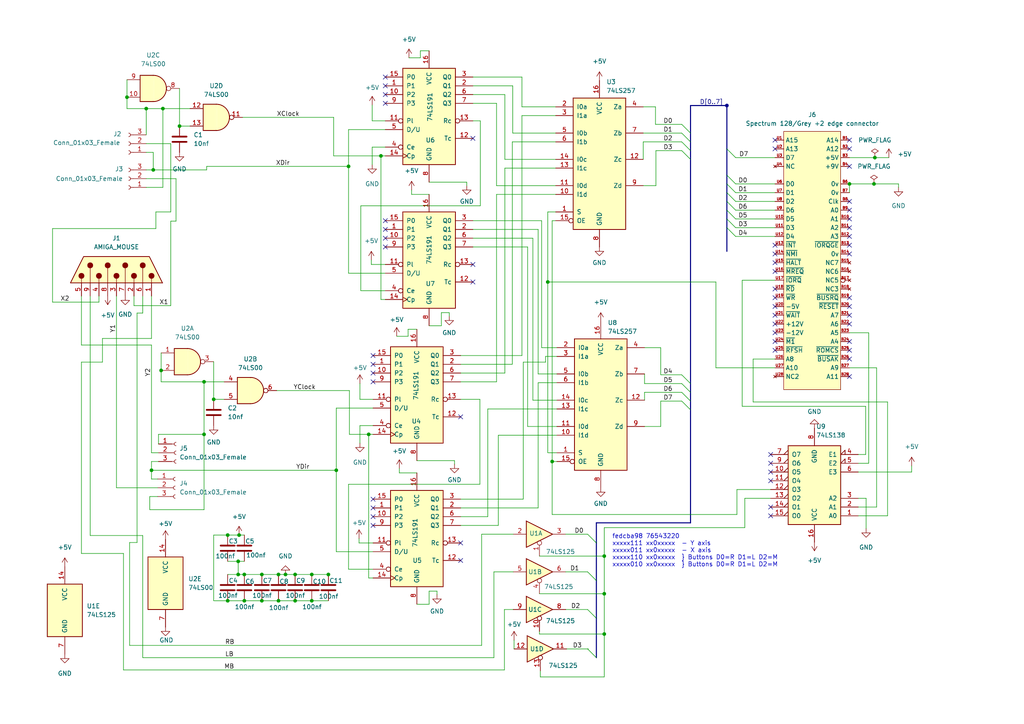
<source format=kicad_sch>
(kicad_sch (version 20211123) (generator eeschema)
  (paper "A4")
  (title_block (title "Kempston mouse schematic") (date "10 Nov 2022") (rev "1") (comment 1 "-> Kempston%20Mouse%20Interface/Kempston%20Mouse%20-%20Schematics.png") (comment 2 "https://k1.spdns.de/Vintage/Sinclair/82/Peripherals/Mouse%20Interfaces/") (comment 3 "schematic originally reversed-engineered by kio at:"))
  (lib_symbols
    (symbol "74xx:74LS00" (pin_names (offset 1.016))
      (property "Reference" "U" (at 0 1.27 0))
      (property "Value" "74LS00" (at 0 -1.27 0))
      (symbol "74LS00_1_1"
        (pin input line (at -7.62 2.54 0) (length 3.81) (name "~") (number "1"))
        (pin input line (at -7.62 -2.54 0) (length 3.81) (name "~") (number "2"))
        (pin output inverted (at 7.62 0 180) (length 3.81) (name "~") (number "3"))
      )
      (symbol "74LS00_1_2"
        (pin input inverted (at -7.62 2.54 0) (length 4.318) (name "~") (number "1"))
        (pin input inverted (at -7.62 -2.54 0) (length 4.318) (name "~") (number "2"))
        (pin output line (at 7.62 0 180) (length 3.81) (name "~") (number "3"))
      )
      (symbol "74LS00_2_1"
        (pin input line (at -7.62 2.54 0) (length 3.81) (name "~") (number "4"))
        (pin input line (at -7.62 -2.54 0) (length 3.81) (name "~") (number "5"))
        (pin output inverted (at 7.62 0 180) (length 3.81) (name "~") (number "6"))
      )
      (symbol "74LS00_2_2"
        (pin input inverted (at -7.62 2.54 0) (length 4.318) (name "~") (number "4"))
        (pin input inverted (at -7.62 -2.54 0) (length 4.318) (name "~") (number "5"))
        (pin output line (at 7.62 0 180) (length 3.81) (name "~") (number "6"))
      )
      (symbol "74LS00_3_1"
        (pin input line (at -7.62 -2.54 0) (length 3.81) (name "~") (number "10"))
        (pin output inverted (at 7.62 0 180) (length 3.81) (name "~") (number "8"))
        (pin input line (at -7.62 2.54 0) (length 3.81) (name "~") (number "9"))
      )
      (symbol "74LS00_3_2"
        (pin input inverted (at -7.62 -2.54 0) (length 4.318) (name "~") (number "10"))
        (pin output line (at 7.62 0 180) (length 3.81) (name "~") (number "8"))
        (pin input inverted (at -7.62 2.54 0) (length 4.318) (name "~") (number "9"))
      )
      (symbol "74LS00_4_1"
        (pin output inverted (at 7.62 0 180) (length 3.81) (name "~") (number "11"))
        (pin input line (at -7.62 2.54 0) (length 3.81) (name "~") (number "12"))
        (pin input line (at -7.62 -2.54 0) (length 3.81) (name "~") (number "13"))
      )
      (symbol "74LS00_4_2"
        (pin output line (at 7.62 0 180) (length 3.81) (name "~") (number "11"))
        (pin input inverted (at -7.62 2.54 0) (length 4.318) (name "~") (number "12"))
        (pin input inverted (at -7.62 -2.54 0) (length 4.318) (name "~") (number "13"))
      )
      (symbol "74LS00_5_0"
        (pin power_in line (at 0 12.7 270) (length 5.08) (name "VCC") (number "14"))
        (pin power_in line (at 0 -12.7 90) (length 5.08) (name "GND") (number "7"))
      )
    )
    (symbol "74xx:74LS125" (pin_names (offset 1.016))
      (property "Reference" "U" (at 0 1.27 0))
      (property "Value" "74LS125" (at 0 -1.27 0))
      (symbol "74LS125_1_0"
        (pin input inverted (at 0 -6.35 90) (length 4.445) (name "~") (number "1"))
        (pin input line (at -7.62 0 0) (length 3.81) (name "~") (number "2"))
        (pin tri_state line (at 7.62 0 180) (length 3.81) (name "~") (number "3"))
      )
      (symbol "74LS125_2_0"
        (pin input inverted (at 0 -6.35 90) (length 4.445) (name "~") (number "4"))
        (pin input line (at -7.62 0 0) (length 3.81) (name "~") (number "5"))
        (pin tri_state line (at 7.62 0 180) (length 3.81) (name "~") (number "6"))
      )
      (symbol "74LS125_3_0"
        (pin input inverted (at 0 -6.35 90) (length 4.445) (name "~") (number "10"))
        (pin tri_state line (at 7.62 0 180) (length 3.81) (name "~") (number "8"))
        (pin input line (at -7.62 0 0) (length 3.81) (name "~") (number "9"))
      )
      (symbol "74LS125_4_0"
        (pin tri_state line (at 7.62 0 180) (length 3.81) (name "~") (number "11"))
        (pin input line (at -7.62 0 0) (length 3.81) (name "~") (number "12"))
        (pin input inverted (at 0 -6.35 90) (length 4.445) (name "~") (number "13"))
      )
      (symbol "74LS125_5_0"
        (pin power_in line (at 0 12.7 270) (length 5.08) (name "VCC") (number "14"))
        (pin power_in line (at 0 -12.7 90) (length 5.08) (name "GND") (number "7"))
      )
    )
    (symbol "74xx:74LS138" (pin_names (offset 1.016))
      (property "Reference" "U" (at -7.62 11.43 0))
      (property "Value" "74LS138" (at -7.62 -13.97 0))
      (symbol "74LS138_1_0"
        (pin input line (at -12.7 7.62 0) (length 5.08) (name "A0") (number "1"))
        (pin output output_low (at 12.7 -5.08 180) (length 5.08) (name "O5") (number "10"))
        (pin output output_low (at 12.7 -2.54 180) (length 5.08) (name "O4") (number "11"))
        (pin output output_low (at 12.7 0 180) (length 5.08) (name "O3") (number "12"))
        (pin output output_low (at 12.7 2.54 180) (length 5.08) (name "O2") (number "13"))
        (pin output output_low (at 12.7 5.08 180) (length 5.08) (name "O1") (number "14"))
        (pin output output_low (at 12.7 7.62 180) (length 5.08) (name "O0") (number "15"))
        (pin power_in line (at 0 15.24 270) (length 5.08) (name "VCC") (number "16"))
        (pin input line (at -12.7 5.08 0) (length 5.08) (name "A1") (number "2"))
        (pin input line (at -12.7 2.54 0) (length 5.08) (name "A2") (number "3"))
        (pin input input_low (at -12.7 -10.16 0) (length 5.08) (name "E1") (number "4"))
        (pin input input_low (at -12.7 -7.62 0) (length 5.08) (name "E2") (number "5"))
        (pin input line (at -12.7 -5.08 0) (length 5.08) (name "E3") (number "6"))
        (pin output output_low (at 12.7 -10.16 180) (length 5.08) (name "O7") (number "7"))
        (pin power_in line (at 0 -17.78 90) (length 5.08) (name "GND") (number "8"))
        (pin output output_low (at 12.7 -7.62 180) (length 5.08) (name "O6") (number "9"))
      )
    )
    (symbol "74xx:74LS191" (pin_names (offset 1.016))
      (property "Reference" "U" (at -7.62 13.97 0))
      (property "Value" "74LS191" (at -7.62 -16.51 0))
      (symbol "74LS191_1_0"
        (pin input line (at -12.7 7.62 0) (length 5.08) (name "P1") (number "1"))
        (pin input line (at -12.7 5.08 0) (length 5.08) (name "P2") (number "10"))
        (pin input inverted (at -12.7 -2.54 0) (length 5.08) (name "Pl") (number "11"))
        (pin output line (at 12.7 -7.62 180) (length 5.08) (name "Tc") (number "12"))
        (pin output inverted (at 12.7 -2.54 180) (length 5.08) (name "Rc") (number "13"))
        (pin input clock (at -12.7 -12.7 0) (length 5.08) (name "Cp") (number "14"))
        (pin input line (at -12.7 10.16 0) (length 5.08) (name "P0") (number "15"))
        (pin power_in line (at 0 17.78 270) (length 5.08) (name "VCC") (number "16"))
        (pin output line (at 12.7 7.62 180) (length 5.08) (name "Q1") (number "2"))
        (pin output line (at 12.7 10.16 180) (length 5.08) (name "Q0") (number "3"))
        (pin input inverted (at -12.7 -10.16 0) (length 5.08) (name "Ce") (number "4"))
        (pin input line (at -12.7 -5.08 0) (length 5.08) (name "D/U") (number "5"))
        (pin output line (at 12.7 5.08 180) (length 5.08) (name "Q2") (number "6"))
        (pin output line (at 12.7 2.54 180) (length 5.08) (name "Q3") (number "7"))
        (pin power_in line (at 0 -20.32 90) (length 5.08) (name "GND") (number "8"))
        (pin input line (at -12.7 2.54 0) (length 5.08) (name "P3") (number "9"))
      )
    )
    (symbol "74xx:74LS257" (pin_names (offset 1.016))
      (property "Reference" "U" (at -7.62 19.05 0))
      (property "Value" "74LS257" (at -7.62 -21.59 0))
      (symbol "74LS257_1_0"
        (pin input line (at -12.7 -15.24 0) (length 5.08) (name "S") (number "1"))
        (pin input line (at -12.7 -10.16 0) (length 5.08) (name "I1d") (number "10"))
        (pin input line (at -12.7 -7.62 0) (length 5.08) (name "I0d") (number "11"))
        (pin tri_state line (at 12.7 0 180) (length 5.08) (name "Zc") (number "12"))
        (pin input line (at -12.7 -2.54 0) (length 5.08) (name "I1c") (number "13"))
        (pin input line (at -12.7 0 0) (length 5.08) (name "I0c") (number "14"))
        (pin input inverted (at -12.7 -17.78 0) (length 5.08) (name "OE") (number "15"))
        (pin power_in line (at 0 22.86 270) (length 5.08) (name "VCC") (number "16"))
        (pin input line (at -12.7 15.24 0) (length 5.08) (name "I0a") (number "2"))
        (pin input line (at -12.7 12.7 0) (length 5.08) (name "I1a") (number "3"))
        (pin tri_state line (at 12.7 15.24 180) (length 5.08) (name "Za") (number "4"))
        (pin input line (at -12.7 7.62 0) (length 5.08) (name "I0b") (number "5"))
        (pin input line (at -12.7 5.08 0) (length 5.08) (name "I1b") (number "6"))
        (pin tri_state line (at 12.7 7.62 180) (length 5.08) (name "Zb") (number "7"))
        (pin power_in line (at 0 -25.4 90) (length 5.08) (name "GND") (number "8"))
        (pin tri_state line (at 12.7 -7.62 180) (length 5.08) (name "Zd") (number "9"))
      )
    )
    (symbol "Connector:Conn_01x03_Female" (pin_names (offset 1.016) hide)
      (property "Reference" "J" (at 0 5.08 0))
      (property "Value" "Conn_01x03_Female" (at 0 -5.08 0))
      (symbol "Conn_01x03_Female_1_1"
        (pin passive line (at -5.08 2.54 0) (length 3.81) (name "Pin_1") (number "1"))
        (pin passive line (at -5.08 0 0) (length 3.81) (name "Pin_2") (number "2"))
        (pin passive line (at -5.08 -2.54 0) (length 3.81) (name "Pin_3") (number "3"))
      )
    )
    (symbol "Connector:DB9_Male" (pin_names (offset 1.016) hide)
      (property "Reference" "J" (at 0 13.97 0))
      (property "Value" "DB9_Male" (at 0 -14.605 0))
      (symbol "DB9_Male_1_1"
        (pin passive line (at -7.62 -10.16 0) (length 3.81) (name "1") (number "1"))
        (pin passive line (at -7.62 -5.08 0) (length 3.81) (name "2") (number "2"))
        (pin passive line (at -7.62 0 0) (length 3.81) (name "3") (number "3"))
        (pin passive line (at -7.62 5.08 0) (length 3.81) (name "4") (number "4"))
        (pin passive line (at -7.62 10.16 0) (length 3.81) (name "5") (number "5"))
        (pin passive line (at -7.62 -7.62 0) (length 3.81) (name "6") (number "6"))
        (pin passive line (at -7.62 -2.54 0) (length 3.81) (name "7") (number "7"))
        (pin passive line (at -7.62 2.54 0) (length 3.81) (name "8") (number "8"))
        (pin passive line (at -7.62 7.62 0) (length 3.81) (name "9") (number "9"))
      )
    )
    (symbol "Device:C" (pin_numbers hide) (pin_names (offset 0.254))
      (property "Reference" "C" (at 0.635 2.54 0))
      (property "Value" "C" (at 0.635 -2.54 0))
      (symbol "C_1_1"
        (pin passive line (at 0 3.81 270) (length 2.794) (name "~") (number "1"))
        (pin passive line (at 0 -3.81 90) (length 2.794) (name "~") (number "2"))
      )
    )
    (symbol "Spectrum:Spectrum 128{slash}Grey +2 edge connector"
      (property "Reference" "J" (at -5.08 25.4 0))
      (property "Value" "Spectrum 128{slash}Grey +2 edge connector" (at -2.54 -38.1 0))
      (symbol "Spectrum 128{slash}Grey +2 edge connector_1_1"
        (pin bidirectional line (at 8.89 35.56 180) (length 2.54) (name "A14") (number "B1"))
        (pin bidirectional line (at 8.89 12.7 180) (length 2.54) (name "A1") (number "B10"))
        (pin bidirectional line (at 8.89 10.16 180) (length 2.54) (name "A2") (number "B11"))
        (pin bidirectional line (at 8.89 7.62 180) (length 2.54) (name "A3") (number "B12"))
        (pin bidirectional line (at 8.89 5.08 180) (length 2.54) (name "~{IORQGE}") (number "B13"))
        (pin bidirectional line (at 8.89 2.54 180) (length 2.54) (name "0v") (number "B14"))
        (pin no_connect line (at 8.89 0 180) (length 2.54) (name "NC7") (number "B15"))
        (pin no_connect line (at 8.89 -2.54 180) (length 2.54) (name "NC6") (number "B16"))
        (pin no_connect inverted (at 8.89 -5.08 180) (length 2.54) (name "NC5") (number "B17"))
        (pin no_connect line (at 8.89 -7.62 180) (length 2.54) (name "NC3") (number "B18"))
        (pin bidirectional line (at 8.89 -10.16 180) (length 2.54) (name "~{BUSRQ}") (number "B19"))
        (pin bidirectional line (at 8.89 33.02 180) (length 2.54) (name "A12") (number "B2"))
        (pin bidirectional line (at 8.89 -12.7 180) (length 2.54) (name "~{RESET}") (number "B20"))
        (pin bidirectional line (at 8.89 -15.24 180) (length 2.54) (name "A7") (number "B21"))
        (pin tri_state line (at 8.89 -17.78 180) (length 2.54) (name "A6") (number "B22"))
        (pin bidirectional line (at 8.89 -20.32 180) (length 2.54) (name "A5") (number "B23"))
        (pin bidirectional line (at 8.89 -22.86 180) (length 2.54) (name "A4") (number "B24"))
        (pin bidirectional line (at 8.89 -25.4 180) (length 2.54) (name "~{ROMCS}") (number "B25"))
        (pin bidirectional line (at 8.89 -27.94 180) (length 2.54) (name "~{BUSAK}") (number "B26"))
        (pin bidirectional line (at 8.89 -30.48 180) (length 2.54) (name "A9") (number "B27"))
        (pin bidirectional line (at 8.89 -33.02 180) (length 2.54) (name "A11") (number "B28"))
        (pin bidirectional line (at 8.89 30.48 180) (length 2.54) (name "+5V") (number "B3"))
        (pin bidirectional line (at 8.89 27.94 180) (length 2.54) (name "+9V") (number "B4"))
        (pin bidirectional line (at 8.89 22.86 180) (length 2.54) (name "0v") (number "B6"))
        (pin bidirectional line (at 8.89 20.32 180) (length 2.54) (name "0v") (number "B7"))
        (pin bidirectional line (at 8.89 17.78 180) (length 2.54) (name "Clk") (number "B8"))
        (pin bidirectional line (at 8.89 15.24 180) (length 2.54) (name "A0") (number "B9"))
        (pin bidirectional line (at -12.7 35.56 0) (length 2.54) (name "A15") (number "U1"))
        (pin bidirectional line (at -12.7 12.7 0) (length 2.54) (name "D5") (number "U10"))
        (pin bidirectional line (at -12.7 10.16 0) (length 2.54) (name "D3") (number "U11"))
        (pin bidirectional line (at -12.7 7.62 0) (length 2.54) (name "D4") (number "U12"))
        (pin bidirectional line (at -12.7 5.08 0) (length 2.54) (name "~{INT}") (number "U13"))
        (pin bidirectional line (at -12.7 2.54 0) (length 2.54) (name "~{NMI}") (number "U14"))
        (pin bidirectional line (at -12.7 0 0) (length 2.54) (name "~{HALT}") (number "U15"))
        (pin bidirectional line (at -12.7 -2.54 0) (length 2.54) (name "~{MREQ}") (number "U16"))
        (pin bidirectional line (at -12.7 -5.08 0) (length 2.54) (name "~{IORQ}") (number "U17"))
        (pin tri_state line (at -12.7 -7.62 0) (length 2.54) (name "~{RD}") (number "U18"))
        (pin bidirectional line (at -12.7 -10.16 0) (length 2.54) (name "~{WR}") (number "U19"))
        (pin bidirectional line (at -12.7 33.02 0) (length 2.54) (name "A13") (number "U2"))
        (pin power_out line (at -12.7 -12.7 0) (length 2.54) (name "-5V") (number "U20"))
        (pin bidirectional line (at -12.7 -15.24 0) (length 2.54) (name "~{WAIT}") (number "U21"))
        (pin power_out line (at -12.7 -17.78 0) (length 2.54) (name "+12V") (number "U22"))
        (pin power_out line (at -12.7 -20.32 0) (length 2.54) (name "-12V") (number "U23"))
        (pin bidirectional line (at -12.7 -22.86 0) (length 2.54) (name "~{M1}") (number "U24"))
        (pin bidirectional line (at -12.7 -25.4 0) (length 2.54) (name "~{RFSH}") (number "U25"))
        (pin bidirectional line (at -12.7 -27.94 0) (length 2.54) (name "A8") (number "U26"))
        (pin bidirectional line (at -12.7 -30.48 0) (length 2.54) (name "A10") (number "U27"))
        (pin no_connect line (at -12.7 -33.02 0) (length 2.54) (name "NC2") (number "U28"))
        (pin bidirectional line (at -12.7 30.48 0) (length 2.54) (name "D7") (number "U3"))
        (pin no_connect line (at -12.7 27.94 0) (length 2.54) (name "NC") (number "U4"))
        (pin bidirectional line (at -12.7 22.86 0) (length 2.54) (name "D0") (number "U6"))
        (pin bidirectional line (at -12.7 20.32 0) (length 2.54) (name "D1") (number "U7"))
        (pin bidirectional line (at -12.7 17.78 0) (length 2.54) (name "D2") (number "U8"))
        (pin bidirectional line (at -12.7 15.24 0) (length 2.54) (name "D6") (number "U9"))
      )
    )
    (symbol "power:+5V" (power) (pin_names (offset 0))
      (property "Value" "+5V" (at 0 3.556 0))
      (symbol "+5V_1_1"
        (pin power_in line (at 0 0 90) (length 0) hide (name "+5V") (number "1"))
      )
    )
    (symbol "power:GND" (power) (pin_names (offset 0))
      (property "Value" "GND" (at 0 -3.81 0))
      (symbol "GND_1_1"
        (pin power_in line (at 0 0 270) (length 0) hide (name "GND") (number "1"))
      )
    )
    (symbol "power:PWR_FLAG" (power) (pin_numbers hide) (pin_names (offset 0) hide)
      (property "Value" "PWR_FLAG" (at 0 3.81 0))
      (symbol "PWR_FLAG_0_0"
        (pin power_out line (at 0 0 90) (length 0) (name "pwr") (number "1"))
      )
    )
  )
  (junction (at 61.976 115.824))
  (junction (at 85.598 166.624))
  (junction (at 210.82 30.607))
  (junction (at 75.946 174.244))
  (junction (at 253.492 53.34))
  (junction (at 160.147 133.858))
  (junction (at 75.946 166.624))
  (junction (at 66.04 174.244))
  (junction (at 42.418 31.496))
  (junction (at 69.088 162.814))
  (junction (at 70.866 174.244))
  (junction (at 175.26 183.896))
  (junction (at 66.04 155.194))
  (junction (at 80.772 166.624))
  (junction (at 175.26 161.29))
  (junction (at 43.942 136.398))
  (junction (at 69.342 155.194))
  (junction (at 36.83 28.194))
  (junction (at 97.536 136.398))
  (junction (at 59.182 125.984))
  (junction (at 158.877 81.788))
  (junction (at 110.49 45.212))
  (junction (at 80.772 174.244))
  (junction (at 44.45 49.276))
  (junction (at 70.866 166.624))
  (junction (at 52.07 36.576))
  (junction (at 69.088 166.624))
  (junction (at 47.244 31.496))
  (junction (at 90.424 174.244))
  (junction (at 95.25 166.624))
  (junction (at 253.746 45.72))
  (junction (at 46.736 107.442))
  (junction (at 246.38 53.34))
  (junction (at 85.598 174.244))
  (junction (at 59.182 110.744))
  (junction (at 90.424 166.624))
  (junction (at 106.934 125.984))
  (junction (at 175.26 172.212))
  (junction (at 101.092 48.26))
  (junction (at 82.804 166.624))
  (no_connect (at 133.604 157.48))
  (no_connect (at 108.204 108.204))
  (no_connect (at 246.38 58.42))
  (no_connect (at 246.38 60.96))
  (no_connect (at 246.38 63.5))
  (no_connect (at 246.38 66.04))
  (no_connect (at 246.38 40.64))
  (no_connect (at 246.38 48.26))
  (no_connect (at 246.38 43.18))
  (no_connect (at 246.38 73.66))
  (no_connect (at 246.38 86.36))
  (no_connect (at 246.38 88.9))
  (no_connect (at 246.38 91.44))
  (no_connect (at 246.38 93.98))
  (no_connect (at 224.79 43.18))
  (no_connect (at 246.38 68.58))
  (no_connect (at 246.38 71.12))
  (no_connect (at 224.79 40.64))
  (no_connect (at 224.79 71.12))
  (no_connect (at 224.79 73.66))
  (no_connect (at 224.79 76.2))
  (no_connect (at 224.79 78.74))
  (no_connect (at 108.204 144.78))
  (no_connect (at 223.52 149.606))
  (no_connect (at 223.52 131.826))
  (no_connect (at 223.52 134.366))
  (no_connect (at 223.52 136.906))
  (no_connect (at 223.52 139.446))
  (no_connect (at 223.52 147.066))
  (no_connect (at 137.16 76.708))
  (no_connect (at 137.16 81.788))
  (no_connect (at 137.16 40.132))
  (no_connect (at 108.204 103.124))
  (no_connect (at 108.204 149.86))
  (no_connect (at 133.604 162.56))
  (no_connect (at 108.204 147.32))
  (no_connect (at 111.76 22.352))
  (no_connect (at 111.76 24.892))
  (no_connect (at 111.76 27.432))
  (no_connect (at 111.76 29.972))
  (no_connect (at 111.76 66.548))
  (no_connect (at 111.76 69.088))
  (no_connect (at 111.76 71.628))
  (no_connect (at 111.76 64.008))
  (no_connect (at 246.38 99.06))
  (no_connect (at 246.38 101.6))
  (no_connect (at 246.38 104.14))
  (no_connect (at 224.79 93.98))
  (no_connect (at 224.79 96.52))
  (no_connect (at 224.79 99.06))
  (no_connect (at 224.79 101.6))
  (no_connect (at 246.38 109.22))
  (no_connect (at 224.79 83.82))
  (no_connect (at 224.79 86.36))
  (no_connect (at 224.79 88.9))
  (no_connect (at 224.79 91.44))
  (no_connect (at 108.204 105.664))
  (no_connect (at 108.204 152.4))
  (no_connect (at 133.604 120.904))
  (no_connect (at 108.204 110.744))
  (bus_entry (at 170.434 154.94) (size 2.54 2.54))
  (bus_entry (at 200.279 111.252) (size -2.54 -2.54))
  (bus_entry (at 170.434 188.214) (size 2.54 2.54))
  (bus_entry (at 200.279 118.872) (size -2.54 -2.54))
  (bus_entry (at 170.434 165.862) (size 2.54 2.54))
  (bus_entry (at 200.279 113.792) (size -2.54 -2.54))
  (bus_entry (at 200.279 41.148) (size -2.54 -2.54))
  (bus_entry (at 200.279 43.688) (size -2.54 -2.54))
  (bus_entry (at 200.279 38.608) (size -2.54 -2.54))
  (bus_entry (at 200.279 116.332) (size -2.54 -2.54))
  (bus_entry (at 170.434 176.784) (size 2.54 2.54))
  (bus_entry (at 210.82 50.8) (size 2.54 2.54))
  (bus_entry (at 210.82 53.34) (size 2.54 2.54))
  (bus_entry (at 210.82 55.88) (size 2.54 2.54))
  (bus_entry (at 210.82 58.42) (size 2.54 2.54))
  (bus_entry (at 210.82 60.96) (size 2.54 2.54))
  (bus_entry (at 210.82 43.18) (size 2.54 2.54))
  (bus_entry (at 210.82 63.5) (size 2.54 2.54))
  (bus_entry (at 213.36 68.58) (size -2.54 -2.54))
  (bus_entry (at 200.279 46.228) (size -2.54 -2.54))
  (wire (pts (xy 43.434 147.828) (xy 43.434 144.018)))
  (wire (pts (xy 42.418 31.496) (xy 36.83 31.496)))
  (wire (pts (xy 69.342 155.194) (xy 70.866 155.194)))
  (wire (pts (xy 207.645 106.68) (xy 207.645 81.788)))
  (wire (pts (xy 223.52 141.986) (xy 213.741 141.986)))
  (wire (pts (xy 213.36 55.88) (xy 224.79 55.88)))
  (wire (pts (xy 146.431 48.768) (xy 146.431 108.204)))
  (wire (pts (xy 156.083 147.32) (xy 156.083 110.998)))
  (wire (pts (xy 23.622 160.528) (xy 35.814 160.528)))
  (wire (pts (xy 75.946 166.624) (xy 80.772 166.624)))
  (wire (pts (xy 190.246 43.688) (xy 190.246 53.848)))
  (wire (pts (xy 101.092 165.1) (xy 108.204 165.1)))
  (wire (pts (xy 137.16 35.052) (xy 139.319 35.052)))
  (wire (pts (xy 97.536 136.398) (xy 97.536 160.02)))
  (bus (pts (xy 210.82 55.88) (xy 210.82 53.34)))
  (wire (pts (xy 96.774 34.036) (xy 96.774 45.212)))
  (wire (pts (xy 158.877 61.468) (xy 161.163 61.468)))
  (wire (pts (xy 51.054 51.816) (xy 51.054 64.135)))
  (wire (pts (xy 253.746 45.72) (xy 257.81 45.72)))
  (wire (pts (xy 164.338 188.214) (xy 170.434 188.214)))
  (wire (pts (xy 257.429 116.586) (xy 257.429 149.606)))
  (wire (pts (xy 213.36 66.04) (xy 224.79 66.04)))
  (wire (pts (xy 26.162 155.321) (xy 41.402 155.321)))
  (wire (pts (xy 141.478 149.86) (xy 133.604 149.86)))
  (wire (pts (xy 218.44 116.586) (xy 257.429 116.586)))
  (wire (pts (xy 224.79 106.68) (xy 207.645 106.68)))
  (wire (pts (xy 213.36 58.42) (xy 224.79 58.42)))
  (wire (pts (xy 106.934 125.984) (xy 108.204 125.984)))
  (wire (pts (xy 139.192 140.462) (xy 101.092 140.462)))
  (wire (pts (xy 45.212 66.294) (xy 15.24 66.294)))
  (wire (pts (xy 146.304 176.784) (xy 148.844 176.784)))
  (wire (pts (xy 215.265 81.28) (xy 215.265 117.856)))
  (wire (pts (xy 207.645 81.788) (xy 158.877 81.788)))
  (wire (pts (xy 160.147 133.858) (xy 161.544 133.858)))
  (wire (pts (xy 107.95 42.672) (xy 107.95 47.752)))
  (wire (pts (xy 197.739 43.688) (xy 190.246 43.688)))
  (wire (pts (xy 130.302 90.678) (xy 128.016 90.678)))
  (wire (pts (xy 38.862 85.852) (xy 38.862 88.646)))
  (wire (pts (xy 186.944 111.252) (xy 197.739 111.252)))
  (wire (pts (xy 137.16 71.628) (xy 153.035 71.628)))
  (wire (pts (xy 39.751 90.805) (xy 39.751 157.353)))
  (wire (pts (xy 126.746 172.466) (xy 126.746 171.45)))
  (wire (pts (xy 43.942 136.398) (xy 43.942 138.938)))
  (wire (pts (xy 121.92 14.732) (xy 124.46 14.732)))
  (bus (pts (xy 200.279 30.607) (xy 200.279 38.608)))
  (wire (pts (xy 158.242 103.378) (xy 161.544 103.378)))
  (wire (pts (xy 59.182 110.744) (xy 46.736 110.744)))
  (wire (pts (xy 144.018 56.388) (xy 144.018 110.744)))
  (wire (pts (xy 248.92 144.526) (xy 251.206 144.526)))
  (wire (pts (xy 186.563 53.848) (xy 190.246 53.848)))
  (wire (pts (xy 44.45 44.196) (xy 42.418 44.196)))
  (wire (pts (xy 160.147 64.008) (xy 160.147 133.858)))
  (wire (pts (xy 157.099 64.008) (xy 157.099 100.838)))
  (wire (pts (xy 35.814 160.528) (xy 35.814 194.31)))
  (wire (pts (xy 120.904 137.16) (xy 115.824 137.16)))
  (wire (pts (xy 111.76 76.708) (xy 107.696 76.708)))
  (wire (pts (xy 148.717 24.892) (xy 137.16 24.892)))
  (wire (pts (xy 175.26 153.035) (xy 216.027 153.035)))
  (wire (pts (xy 133.604 147.32) (xy 156.083 147.32)))
  (wire (pts (xy 190.119 36.068) (xy 197.739 36.068)))
  (wire (pts (xy 251.079 131.826) (xy 248.92 131.826)))
  (wire (pts (xy 161.163 56.388) (xy 144.018 56.388)))
  (wire (pts (xy 82.804 166.624) (xy 85.598 166.624)))
  (wire (pts (xy 28.702 87.63) (xy 15.24 87.63)))
  (wire (pts (xy 148.717 24.892) (xy 148.717 38.608)))
  (wire (pts (xy 253.492 53.34) (xy 260.604 53.34)))
  (wire (pts (xy 111.76 42.672) (xy 107.95 42.672)))
  (wire (pts (xy 141.478 118.618) (xy 141.478 149.86)))
  (bus (pts (xy 200.279 116.332) (xy 200.279 118.872)))
  (bus (pts (xy 210.82 63.5) (xy 210.82 60.96)))
  (wire (pts (xy 161.163 41.148) (xy 148.59 41.148)))
  (bus (pts (xy 200.279 111.252) (xy 200.279 113.792)))
  (wire (pts (xy 124.46 56.388) (xy 119.38 56.388)))
  (wire (pts (xy 65.024 110.744) (xy 59.182 110.744)))
  (wire (pts (xy 101.092 48.26) (xy 101.092 79.248)))
  (bus (pts (xy 210.82 30.607) (xy 210.82 43.18)))
  (wire (pts (xy 107.696 76.708) (xy 107.696 75.438)))
  (wire (pts (xy 51.054 64.135) (xy 49.53 64.135)))
  (wire (pts (xy 186.944 113.792) (xy 197.739 113.792)))
  (wire (pts (xy 23.622 105.029) (xy 23.622 160.528)))
  (wire (pts (xy 157.099 100.838) (xy 161.544 100.838)))
  (wire (pts (xy 124.46 94.488) (xy 128.016 94.488)))
  (wire (pts (xy 137.16 69.088) (xy 154.559 69.088)))
  (wire (pts (xy 139.319 59.69) (xy 104.648 59.69)))
  (wire (pts (xy 66.04 155.194) (xy 69.342 155.194)))
  (wire (pts (xy 137.16 27.432) (xy 146.431 27.432)))
  (wire (pts (xy 52.07 36.576) (xy 55.118 36.576)))
  (wire (pts (xy 59.182 147.828) (xy 43.434 147.828)))
  (wire (pts (xy 146.304 194.31) (xy 146.304 176.784)))
  (wire (pts (xy 49.53 64.135) (xy 49.53 88.646)))
  (wire (pts (xy 213.36 45.72) (xy 224.79 45.72)))
  (wire (pts (xy 66.04 174.244) (xy 61.976 174.244)))
  (wire (pts (xy 61.976 174.244) (xy 61.976 155.194)))
  (wire (pts (xy 158.877 81.788) (xy 158.877 61.468)))
  (wire (pts (xy 139.192 115.824) (xy 139.192 140.462)))
  (bus (pts (xy 210.82 60.96) (xy 210.82 58.42)))
  (wire (pts (xy 213.741 149.225) (xy 213.741 141.986)))
  (wire (pts (xy 254.254 147.066) (xy 254.254 106.68)))
  (wire (pts (xy 131.826 133.604) (xy 131.826 134.62)))
  (wire (pts (xy 108.204 167.64) (xy 106.934 167.64)))
  (bus (pts (xy 200.279 113.792) (xy 200.279 116.332)))
  (wire (pts (xy 38.862 88.646) (xy 49.53 88.646)))
  (wire (pts (xy 43.942 131.318) (xy 45.974 131.318)))
  (wire (pts (xy 144.018 29.972) (xy 137.16 29.972)))
  (wire (pts (xy 137.16 66.548) (xy 156.083 66.548)))
  (wire (pts (xy 44.45 49.276) (xy 59.944 49.276)))
  (wire (pts (xy 47.244 31.496) (xy 55.118 31.496)))
  (wire (pts (xy 175.26 161.29) (xy 175.26 172.212)))
  (wire (pts (xy 175.26 161.29) (xy 156.464 161.29)))
  (wire (pts (xy 149.098 185.674) (xy 149.098 188.214)))
  (wire (pts (xy 161.544 118.618) (xy 141.478 118.618)))
  (wire (pts (xy 186.563 38.608) (xy 197.739 38.608)))
  (wire (pts (xy 133.604 152.4) (xy 144.526 152.4)))
  (wire (pts (xy 251.968 96.52) (xy 251.968 134.366)))
  (wire (pts (xy 49.53 41.656) (xy 42.418 41.656)))
  (wire (pts (xy 260.604 53.34) (xy 260.604 54.356)))
  (wire (pts (xy 161.544 131.318) (xy 158.877 131.318)))
  (wire (pts (xy 191.643 123.698) (xy 186.944 123.698)))
  (wire (pts (xy 191.643 116.332) (xy 197.739 116.332)))
  (wire (pts (xy 104.394 123.444) (xy 104.394 128.524)))
  (wire (pts (xy 154.559 69.088) (xy 154.559 116.078)))
  (wire (pts (xy 26.162 85.852) (xy 26.162 155.321)))
  (wire (pts (xy 161.163 64.008) (xy 160.147 64.008)))
  (wire (pts (xy 45.974 125.984) (xy 45.974 128.778)))
  (wire (pts (xy 154.559 116.078) (xy 161.544 116.078)))
  (wire (pts (xy 80.772 174.244) (xy 85.598 174.244)))
  (wire (pts (xy 143.256 165.862) (xy 143.256 190.754)))
  (bus (pts (xy 210.82 53.34) (xy 210.82 50.8)))
  (wire (pts (xy 251.206 144.526) (xy 251.206 153.289)))
  (wire (pts (xy 95.25 166.624) (xy 95.504 166.624)))
  (wire (pts (xy 43.942 136.398) (xy 97.536 136.398)))
  (wire (pts (xy 42.418 31.496) (xy 42.418 39.116)))
  (wire (pts (xy 115.824 137.16) (xy 115.824 135.89)))
  (bus (pts (xy 210.82 30.48) (xy 210.82 30.607)))
  (wire (pts (xy 45.212 61.468) (xy 49.53 61.468)))
  (wire (pts (xy 246.38 53.34) (xy 246.38 55.88)))
  (wire (pts (xy 257.429 149.606) (xy 248.92 149.606)))
  (bus (pts (xy 200.279 46.228) (xy 200.279 111.252)))
  (wire (pts (xy 156.083 110.998) (xy 161.544 110.998)))
  (wire (pts (xy 251.079 117.856) (xy 251.079 131.826)))
  (wire (pts (xy 143.256 165.862) (xy 148.844 165.862)))
  (wire (pts (xy 124.46 52.832) (xy 135.382 52.832)))
  (wire (pts (xy 133.604 115.824) (xy 139.192 115.824)))
  (wire (pts (xy 160.147 149.225) (xy 213.741 149.225)))
  (wire (pts (xy 151.384 103.124) (xy 133.604 103.124)))
  (wire (pts (xy 139.7 154.94) (xy 139.7 187.198)))
  (wire (pts (xy 69.088 162.814) (xy 70.866 162.814)))
  (wire (pts (xy 251.968 134.366) (xy 248.92 134.366)))
  (wire (pts (xy 164.084 154.94) (xy 170.434 154.94)))
  (wire (pts (xy 153.035 123.698) (xy 161.544 123.698)))
  (wire (pts (xy 156.718 194.564) (xy 156.718 196.342)))
  (wire (pts (xy 158.242 105.029) (xy 158.242 103.378)))
  (wire (pts (xy 148.59 105.664) (xy 133.604 105.664)))
  (wire (pts (xy 75.946 174.244) (xy 80.772 174.244)))
  (wire (pts (xy 148.59 41.148) (xy 148.59 105.664)))
  (wire (pts (xy 120.904 133.604) (xy 131.826 133.604)))
  (wire (pts (xy 66.04 174.244) (xy 70.866 174.244)))
  (wire (pts (xy 90.424 166.624) (xy 95.25 166.624)))
  (wire (pts (xy 104.648 84.328) (xy 111.76 84.328)))
  (wire (pts (xy 151.384 22.352) (xy 137.16 22.352)))
  (wire (pts (xy 144.526 152.4) (xy 144.526 126.238)))
  (wire (pts (xy 128.016 90.678) (xy 128.016 94.488)))
  (wire (pts (xy 161.163 38.608) (xy 148.717 38.608)))
  (wire (pts (xy 46.736 110.744) (xy 46.736 107.442)))
  (wire (pts (xy 111.76 35.052) (xy 107.95 35.052)))
  (wire (pts (xy 108.204 123.444) (xy 104.394 123.444)))
  (wire (pts (xy 61.976 155.194) (xy 66.04 155.194)))
  (wire (pts (xy 156.083 108.458) (xy 161.544 108.458)))
  (wire (pts (xy 186.944 113.792) (xy 186.944 116.078)))
  (wire (pts (xy 264.414 136.906) (xy 264.414 135.128)))
  (wire (pts (xy 216.027 144.526) (xy 223.52 144.526)))
  (wire (pts (xy 118.364 95.504) (xy 120.904 95.504)))
  (wire (pts (xy 43.942 133.858) (xy 45.974 133.858)))
  (wire (pts (xy 144.526 126.238) (xy 161.544 126.238)))
  (wire (pts (xy 15.24 66.294) (xy 15.24 87.63)))
  (wire (pts (xy 70.358 34.036) (xy 96.774 34.036)))
  (wire (pts (xy 126.746 171.45) (xy 124.46 171.45)))
  (wire (pts (xy 96.774 45.212) (xy 110.49 45.212)))
  (wire (pts (xy 52.07 25.654) (xy 52.07 36.576)))
  (wire (pts (xy 191.643 116.332) (xy 191.643 123.698)))
  (wire (pts (xy 42.418 49.276) (xy 44.45 49.276)))
  (wire (pts (xy 118.618 16.764) (xy 121.92 16.764)))
  (wire (pts (xy 43.942 85.852) (xy 43.942 98.171)))
  (wire (pts (xy 41.402 85.852) (xy 41.402 90.805)))
  (wire (pts (xy 139.7 154.94) (xy 148.844 154.94)))
  (wire (pts (xy 156.464 172.212) (xy 175.26 172.212)))
  (bus (pts (xy 172.974 179.324) (xy 172.974 190.754)))
  (wire (pts (xy 218.44 104.14) (xy 218.44 116.586)))
  (wire (pts (xy 59.944 48.26) (xy 101.092 48.26)))
  (wire (pts (xy 33.782 141.478) (xy 33.782 85.852)))
  (wire (pts (xy 197.739 41.148) (xy 186.563 41.148)))
  (wire (pts (xy 161.163 48.768) (xy 146.431 48.768)))
  (wire (pts (xy 213.36 53.34) (xy 224.79 53.34)))
  (wire (pts (xy 39.751 157.353) (xy 37.592 157.353)))
  (bus (pts (xy 172.974 151.638) (xy 200.279 151.638)))
  (wire (pts (xy 156.718 196.342) (xy 175.26 196.342)))
  (wire (pts (xy 213.36 68.58) (xy 224.79 68.58)))
  (wire (pts (xy 248.92 136.906) (xy 264.414 136.906)))
  (wire (pts (xy 156.464 183.134) (xy 156.464 183.896)))
  (wire (pts (xy 104.394 115.824) (xy 104.394 111.252)))
  (wire (pts (xy 97.536 160.02) (xy 108.204 160.02)))
  (wire (pts (xy 101.092 37.592) (xy 101.092 48.26)))
  (wire (pts (xy 29.718 98.171) (xy 29.718 105.029)))
  (wire (pts (xy 66.04 166.624) (xy 69.088 166.624)))
  (wire (pts (xy 104.14 157.48) (xy 104.14 156.21)))
  (bus (pts (xy 210.82 58.42) (xy 210.82 55.88)))
  (wire (pts (xy 70.866 174.244) (xy 75.946 174.244)))
  (wire (pts (xy 59.944 48.26) (xy 59.944 49.276)))
  (bus (pts (xy 172.974 157.48) (xy 172.974 168.402)))
  (wire (pts (xy 101.346 113.284) (xy 101.346 125.984)))
  (wire (pts (xy 61.976 115.824) (xy 65.024 115.824)))
  (wire (pts (xy 121.92 16.764) (xy 121.92 14.732)))
  (wire (pts (xy 248.92 147.066) (xy 254.254 147.066)))
  (wire (pts (xy 164.084 165.862) (xy 170.434 165.862)))
  (wire (pts (xy 23.622 100.076) (xy 43.942 100.076)))
  (wire (pts (xy 161.163 33.528) (xy 151.384 33.528)))
  (wire (pts (xy 135.382 52.832) (xy 135.382 53.848)))
  (wire (pts (xy 101.346 125.984) (xy 106.934 125.984)))
  (wire (pts (xy 175.26 153.035) (xy 175.26 161.29)))
  (wire (pts (xy 161.163 46.228) (xy 146.431 46.228)))
  (wire (pts (xy 160.147 149.225) (xy 160.147 133.858)))
  (wire (pts (xy 191.643 100.838) (xy 186.944 100.838)))
  (wire (pts (xy 161.163 30.988) (xy 151.384 30.988)))
  (wire (pts (xy 175.26 196.342) (xy 175.26 183.896)))
  (wire (pts (xy 213.36 63.5) (xy 224.79 63.5)))
  (wire (pts (xy 191.643 108.712) (xy 197.739 108.712)))
  (bus (pts (xy 210.82 30.607) (xy 200.279 30.607)))
  (wire (pts (xy 215.265 117.856) (xy 251.079 117.856)))
  (wire (pts (xy 108.204 115.824) (xy 104.394 115.824)))
  (wire (pts (xy 110.49 45.212) (xy 111.76 45.212)))
  (wire (pts (xy 43.434 144.018) (xy 45.72 144.018)))
  (wire (pts (xy 186.563 41.148) (xy 186.563 46.228)))
  (wire (pts (xy 41.402 155.321) (xy 41.402 190.754)))
  (wire (pts (xy 246.38 96.52) (xy 251.968 96.52)))
  (wire (pts (xy 190.119 30.988) (xy 190.119 36.068)))
  (wire (pts (xy 254.254 106.68) (xy 246.38 106.68)))
  (wire (pts (xy 59.182 125.984) (xy 45.974 125.984)))
  (wire (pts (xy 47.244 54.356) (xy 47.244 31.496)))
  (wire (pts (xy 120.904 175.26) (xy 124.46 175.26)))
  (wire (pts (xy 139.319 35.052) (xy 139.319 59.69)))
  (wire (pts (xy 80.264 113.284) (xy 101.346 113.284)))
  (wire (pts (xy 137.16 64.008) (xy 157.099 64.008)))
  (bus (pts (xy 210.82 66.04) (xy 210.82 63.5)))
  (wire (pts (xy 246.38 53.34) (xy 253.492 53.34)))
  (wire (pts (xy 69.088 166.624) (xy 70.866 166.624)))
  (wire (pts (xy 36.83 28.194) (xy 36.83 23.114)))
  (wire (pts (xy 153.035 71.628) (xy 153.035 123.698)))
  (wire (pts (xy 151.384 22.352) (xy 151.384 30.988)))
  (wire (pts (xy 164.084 176.784) (xy 170.434 176.784)))
  (wire (pts (xy 158.877 131.318) (xy 158.877 81.788)))
  (wire (pts (xy 151.765 144.78) (xy 133.604 144.78)))
  (wire (pts (xy 118.364 97.536) (xy 118.364 95.504)))
  (wire (pts (xy 216.027 153.035) (xy 216.027 144.526)))
  (wire (pts (xy 39.751 90.805) (xy 41.402 90.805)))
  (wire (pts (xy 115.062 97.536) (xy 118.364 97.536)))
  (wire (pts (xy 111.76 86.868) (xy 110.49 86.868)))
  (wire (pts (xy 80.772 166.624) (xy 82.804 166.624)))
  (wire (pts (xy 224.79 104.14) (xy 218.44 104.14)))
  (wire (pts (xy 69.088 162.814) (xy 69.088 166.624)))
  (wire (pts (xy 49.53 41.656) (xy 49.53 61.468)))
  (wire (pts (xy 107.95 35.052) (xy 107.95 30.48)))
  (wire (pts (xy 45.72 141.478) (xy 33.782 141.478)))
  (wire (pts (xy 59.182 110.744) (xy 59.182 125.984)))
  (wire (pts (xy 130.302 91.694) (xy 130.302 90.678)))
  (wire (pts (xy 108.204 157.48) (xy 104.14 157.48)))
  (wire (pts (xy 111.76 37.592) (xy 101.092 37.592)))
  (wire (pts (xy 42.418 51.816) (xy 51.054 51.816)))
  (wire (pts (xy 42.418 31.496) (xy 47.244 31.496)))
  (wire (pts (xy 146.431 108.204) (xy 133.604 108.204)))
  (wire (pts (xy 139.7 187.198) (xy 37.592 187.198)))
  (wire (pts (xy 191.643 108.712) (xy 191.643 100.838)))
  (bus (pts (xy 200.279 38.608) (xy 200.279 41.148)))
  (bus (pts (xy 210.82 66.04) (xy 210.82 72.898)))
  (bus (pts (xy 210.82 43.18) (xy 210.82 50.8)))
  (wire (pts (xy 124.46 171.45) (xy 124.46 175.26)))
  (wire (pts (xy 108.204 118.364) (xy 97.536 118.364)))
  (wire (pts (xy 101.092 140.462) (xy 101.092 165.1)))
  (wire (pts (xy 35.814 194.31) (xy 146.304 194.31)))
  (wire (pts (xy 186.563 30.988) (xy 190.119 30.988)))
  (wire (pts (xy 42.418 54.356) (xy 47.244 54.356)))
  (wire (pts (xy 144.018 110.744) (xy 133.604 110.744)))
  (wire (pts (xy 85.598 174.244) (xy 90.424 174.244)))
  (wire (pts (xy 23.622 85.852) (xy 23.622 100.076)))
  (wire (pts (xy 45.72 138.938) (xy 43.942 138.938)))
  (wire (pts (xy 156.083 66.548) (xy 156.083 108.458)))
  (wire (pts (xy 43.942 98.171) (xy 29.718 98.171)))
  (wire (pts (xy 23.622 105.029) (xy 29.718 105.029)))
  (wire (pts (xy 106.934 167.64) (xy 106.934 125.984)))
  (bus (pts (xy 172.974 151.638) (xy 172.974 157.48)))
  (wire (pts (xy 28.702 85.852) (xy 28.702 87.63)))
  (wire (pts (xy 46.736 107.442) (xy 46.736 102.362)))
  (wire (pts (xy 151.384 33.528) (xy 151.384 103.124)))
  (wire (pts (xy 246.38 45.72) (xy 253.746 45.72)))
  (wire (pts (xy 213.36 60.96) (xy 224.79 60.96)))
  (bus (pts (xy 200.279 43.688) (xy 200.279 46.228)))
  (bus (pts (xy 172.974 168.402) (xy 172.974 179.324)))
  (wire (pts (xy 156.464 183.896) (xy 175.26 183.896)))
  (wire (pts (xy 119.38 56.388) (xy 119.38 55.118)))
  (wire (pts (xy 70.866 166.624) (xy 75.946 166.624)))
  (wire (pts (xy 151.765 105.029) (xy 158.242 105.029)))
  (wire (pts (xy 186.944 111.252) (xy 186.944 108.458)))
  (wire (pts (xy 36.83 31.496) (xy 36.83 28.194)))
  (wire (pts (xy 146.431 27.432) (xy 146.431 46.228)))
  (wire (pts (xy 104.648 59.69) (xy 104.648 84.328)))
  (bus (pts (xy 200.279 41.148) (xy 200.279 43.688)))
  (wire (pts (xy 170.434 188.214) (xy 170.688 188.214)))
  (wire (pts (xy 97.536 118.364) (xy 97.536 136.398)))
  (wire (pts (xy 175.26 183.896) (xy 175.26 172.212)))
  (wire (pts (xy 61.976 104.902) (xy 61.976 115.824)))
  (wire (pts (xy 143.256 190.754) (xy 41.402 190.754)))
  (wire (pts (xy 59.182 125.984) (xy 59.182 147.828)))
  (wire (pts (xy 224.79 81.28) (xy 215.265 81.28)))
  (wire (pts (xy 66.04 162.814) (xy 69.088 162.814)))
  (wire (pts (xy 90.424 174.244) (xy 95.25 174.244)))
  (wire (pts (xy 43.942 100.076) (xy 43.942 131.318)))
  (wire (pts (xy 43.942 133.858) (xy 43.942 136.398)))
  (wire (pts (xy 144.018 29.972) (xy 144.018 53.848)))
  (wire (pts (xy 37.592 157.353) (xy 37.592 187.198)))
  (wire (pts (xy 85.598 166.624) (xy 90.424 166.624)))
  (wire (pts (xy 45.212 61.468) (xy 45.212 66.294)))
  (wire (pts (xy 110.49 86.868) (xy 110.49 45.212)))
  (wire (pts (xy 101.092 79.248) (xy 111.76 79.248)))
  (bus (pts (xy 200.279 118.872) (xy 200.279 151.638)))
  (wire (pts (xy 151.765 105.029) (xy 151.765 144.78)))
  (wire (pts (xy 44.45 49.276) (xy 44.45 44.196)))
  (wire (pts (xy 161.163 53.848) (xy 144.018 53.848)))
  (text "fedcba98 76543220\nxxxxx111 xx0xxxxx  - Y axis\nxxxxx011 xx0xxxxx  - X axis\nxxxxx110 xx0xxxxx  } Buttons D0=R D1=L D2=M\nxxxxx010 xx0xxxxx  } Buttons D0=R D1=L D2=M\n" (at 177.546 164.592 0) (effects (font (size 1.27 1.27)) (justify left bottom)))
  (label "X2" (at 17.526 87.63 0))
  (label "XClock" (at 80.264 34.036 0))
  (label "D3" (at 192.405 43.688 0))
  (label "D4" (at 192.405 108.712 0))
  (label "D3" (at 214.122 66.04 0))
  (label "D0" (at 166.624 154.94 0))
  (label "LB" (at 65.278 190.754 0))
  (label "D1" (at 165.354 165.862 0))
  (label "D5" (at 214.122 63.5 0))
  (label "MB" (at 65.024 194.31 0))
  (label "X1" (at 46.228 88.646 0))
  (label "D2" (at 165.608 176.784 0))
  (label "D4" (at 214.122 68.58 0))
  (label "D6" (at 192.405 113.792 0))
  (label "D0" (at 214.122 53.34 0))
  (label "D5" (at 192.405 111.252 0))
  (label "D0" (at 192.405 36.068 0))
  (label "Y1" (at 33.782 96.52 90))
  (label "D1" (at 192.405 38.608 0))
  (label "D3" (at 166.116 188.214 0))
  (label "D7" (at 192.405 116.332 0))
  (label "D7" (at 214.376 45.72 0))
  (label "D6" (at 214.122 60.96 0))
  (label "YClock" (at 85.09 113.284 0))
  (label "D1" (at 214.122 55.88 0))
  (label "YDir" (at 85.852 136.398 0))
  (label "D2" (at 214.122 58.42 0))
  (label "D2" (at 192.405 41.148 0))
  (label "D[0..7]" (at 202.946 30.607 0))
  (label "Y2" (at 43.942 109.22 90))
  (label "RB" (at 65.278 187.198 0))
  (label "XDir" (at 80.01 48.26 0))
  (symbol (lib_id "power:GND") (at 61.976 123.444 0) (unit 1)
    (property "Reference" "#PWR08" (effects hide))
    (property "Value" "GND" (at 61.976 128.27 0))
  )
  (symbol (lib_id "power:+5V") (at 118.618 16.764 0) (unit 1)
    (property "Reference" "#PWR0107" (effects hide))
    (property "Value" "+5V" (at 118.618 11.43 0))
  )
  (symbol (lib_id "74xx:74LS191") (at 124.46 74.168 0) (unit 1)
    (property "Reference" "U7" (at 123.444 82.296 0) (effects (justify left)))
    (property "Value" "74LS191" (at 124.46 76.708 90) (effects (justify left)))
    (property "Footprint" "Package_DIP:DIP-16_W7.62mm" (effects hide))
    (property "Datasheet" "http://www.ti.com/lit/gpn/sn74LS191" (effects hide))
  )
  (symbol (lib_id "power:+5V") (at 104.14 156.21 0) (unit 1)
    (property "Reference" "#PWR0101" (effects hide))
    (property "Value" "+5V" (at 104.14 151.638 0))
  )
  (symbol (lib_id "Device:C") (at 95.25 170.434 0) (unit 1)
    (property "Reference" "C11" (at 95.504 168.402 0) (effects (justify left)))
    (property "Value" "100nf" (at 92.456 172.974 0) (effects (justify left)))
    (property "Footprint" "Capacitor_THT:C_Disc_D3.0mm_W1.6mm_P2.50mm" (effects hide))
  )
  (symbol (lib_id "Connector:Conn_01x03_Female") (at 51.054 131.318 0) (unit 1)
    (property "Reference" "J5" (at 52.07 130.0479 0) (effects (justify left)))
    (property "Value" "Conn_01x03_Female" (at 52.07 132.5879 0) (effects (justify left)))
    (property "Footprint" "Connector_PinHeader_2.54mm:PinHeader_1x03_P2.54mm_Vertical" (effects hide))
  )
  (symbol (lib_id "power:GND") (at 126.746 172.466 0) (unit 1)
    (property "Reference" "#PWR019" (effects hide))
    (property "Value" "GND" (at 126.746 177.292 0))
  )
  (symbol (lib_id "power:+5V") (at 107.95 30.48 0) (unit 1)
    (property "Reference" "#PWR0114" (effects hide))
    (property "Value" "+5V" (at 107.95 25.4 0))
  )
  (symbol (lib_id "74xx:74LS00") (at 72.644 113.284 0) (unit 2)
    (property "Reference" "U2" (at 72.644 104.14 0))
    (property "Value" "74LS00" (at 72.644 106.68 0))
    (property "Footprint" "Package_DIP:DIP-14_W7.62mm" (effects hide))
    (property "Datasheet" "http://www.ti.com/lit/gpn/sn74ls00" (effects hide))
  )
  (symbol (lib_id "Connector:Conn_01x03_Female") (at 37.338 41.656 180) (unit 1)
    (property "Reference" "J2" (at 34.036 38.862 0))
    (property "Value" "Conn_01x03_Female" (at 25.146 41.402 0))
    (property "Footprint" "Connector_PinHeader_2.54mm:PinHeader_1x03_P2.54mm_Vertical" (effects hide))
  )
  (symbol (lib_id "power:GND") (at 107.95 47.752 0) (unit 1)
    (property "Reference" "#PWR014" (effects hide))
    (property "Value" "GND" (at 107.95 53.34 0))
  )
  (symbol (lib_id "74xx:74LS125") (at 156.718 188.214 0) (unit 4)
    (property "Reference" "U1" (at 155.702 188.214 0))
    (property "Value" "74LS125" (at 163.322 193.04 0))
    (property "Footprint" "Package_DIP:DIP-14_W7.62mm" (effects hide))
    (property "Datasheet" "http://www.ti.com/lit/gpn/sn74LS125" (effects hide))
  )
  (symbol (lib_id "power:GND") (at 236.22 124.206 180) (unit 1)
    (property "Reference" "#PWR0120" (effects hide))
    (property "Value" "GND" (at 236.22 119.38 0))
  )
  (symbol (lib_id "power:GND") (at 130.302 91.694 0) (unit 1)
    (property "Reference" "#PWR020" (effects hide))
    (property "Value" "GND" (at 130.302 96.52 0))
  )
  (symbol (lib_id "power:+5V") (at 48.006 156.464 0) (unit 1)
    (property "Reference" "#PWR0106" (effects hide))
    (property "Value" "+5V" (at 48.006 151.892 0))
  )
  (symbol (lib_id "Spectrum:Spectrum 128{slash}Grey +2 edge connector") (at 237.49 76.2 0) (unit 1)
    (property "Reference" "J6" (at 235.585 33.274 0))
    (property "Value" "Spectrum 128/Grey +2 edge connector" (at 235.585 35.814 0))
    (property "Footprint" "Spectrum:Speccy_edge_External" (effects hide))
  )
  (symbol (lib_id "power:GND") (at 174.244 141.478 0) (unit 1)
    (property "Reference" "#PWR0103" (effects hide))
    (property "Value" "GND" (at 174.244 146.05 0))
  )
  (symbol (lib_id "power:GND") (at 36.322 85.852 0) (unit 1)
    (property "Reference" "#PWR03" (effects hide))
    (property "Value" "GND" (at 36.322 91.186 0))
  )
  (symbol (lib_id "power:GND") (at 82.804 166.624 180) (unit 1)
    (property "Reference" "#PWR04" (effects hide))
    (property "Value" "GND" (at 82.804 161.29 0))
  )
  (symbol (lib_id "power:+5V") (at 104.394 111.252 0) (unit 1)
    (property "Reference" "#PWR0112" (effects hide))
    (property "Value" "+5V" (at 104.394 106.68 0))
  )
  (symbol (lib_id "Device:C") (at 80.772 170.434 0) (unit 1)
    (property "Reference" "C8" (at 81.026 168.656 0) (effects (justify left)))
    (property "Value" "100nf" (at 77.978 176.276 0) (effects (justify left)))
    (property "Footprint" "Capacitor_THT:C_Disc_D3.0mm_W1.6mm_P2.50mm" (effects hide))
  )
  (symbol (lib_id "74xx:74LS125") (at 156.464 154.94 0) (unit 1)
    (property "Reference" "U1" (at 155.448 154.686 0))
    (property "Value" "74LS125" (at 162.56 160.02 0))
    (property "Footprint" "Package_DIP:DIP-14_W7.62mm" (effects hide))
    (property "Datasheet" "http://www.ti.com/lit/gpn/sn74LS125" (effects hide))
  )
  (symbol (lib_id "power:+5V") (at 119.38 55.118 0) (unit 1)
    (property "Reference" "#PWR0113" (effects hide))
    (property "Value" "+5V" (at 119.38 49.53 0))
  )
  (symbol (lib_id "power:GND") (at 135.382 53.848 0) (unit 1)
    (property "Reference" "#PWR022" (effects hide))
    (property "Value" "GND" (at 135.382 58.42 0))
  )
  (symbol (lib_id "Device:C") (at 85.598 170.434 0) (unit 1)
    (property "Reference" "C9" (at 85.852 168.402 0) (effects (justify left)))
    (property "Value" "100nf" (at 82.804 172.72 0) (effects (justify left)))
    (property "Footprint" "Capacitor_THT:C_Disc_D3.0mm_W1.6mm_P2.50mm" (effects hide))
  )
  (symbol (lib_id "power:PWR_FLAG") (at 253.492 53.34 0) (unit 1)
    (property "Reference" "#FLG0101" (effects hide))
    (property "Value" "PWR_FLAG" (at 253.492 48.26 0))
  )
  (symbol (lib_id "Device:C") (at 66.04 170.434 0) (unit 1)
    (property "Reference" "C4" (at 66.294 168.402 0) (effects (justify left)))
    (property "Value" "100nf" (at 63.246 172.72 0) (effects (justify left)))
    (property "Footprint" "Capacitor_THT:C_Disc_D3.0mm_W1.6mm_P2.50mm" (effects hide))
  )
  (symbol (lib_id "power:GND") (at 18.796 189.738 0) (unit 1)
    (property "Reference" "#PWR02" (effects hide))
    (property "Value" "GND" (at 18.796 195.326 0))
  )
  (symbol (lib_id "power:GND") (at 104.394 128.524 0) (unit 1)
    (property "Reference" "#PWR011" (effects hide))
    (property "Value" "GND" (at 104.394 134.112 0))
  )
  (symbol (lib_id "power:+5V") (at 107.696 75.438 0) (unit 1)
    (property "Reference" "#PWR0111" (effects hide))
    (property "Value" "+5V" (at 107.696 69.85 0))
  )
  (symbol (lib_id "power:+5V") (at 31.242 85.852 180) (unit 1)
    (property "Reference" "#PWR0105" (effects hide))
    (property "Value" "+5V" (at 31.242 91.44 0))
  )
  (symbol (lib_id "power:GND") (at 173.863 71.628 0) (unit 1)
    (property "Reference" "#PWR0109" (effects hide))
    (property "Value" "GND" (at 173.863 76.2 0))
  )
  (symbol (lib_id "74xx:74LS138") (at 236.22 141.986 180) (unit 1)
    (property "Reference" "U9" (at 236.7406 123.698 0) (effects (justify right)))
    (property "Value" "74LS138" (at 236.7406 126.238 0) (effects (justify right)))
    (property "Footprint" "Package_DIP:DIP-16_W7.62mm" (effects hide))
    (property "Datasheet" "http://www.ti.com/lit/gpn/sn74LS138" (effects hide))
  )
  (symbol (lib_id "74xx:74LS257") (at 173.863 46.228 0) (unit 1)
    (property "Reference" "U3" (at 175.8824 23.749 0) (effects (justify left)))
    (property "Value" "74LS257" (at 175.8824 26.289 0) (effects (justify left)))
    (property "Footprint" "Package_DIP:DIP-16_W7.62mm" (effects hide))
    (property "Datasheet" "http://www.ti.com/lit/gpn/sn74LS257" (effects hide))
  )
  (symbol (lib_id "power:GND") (at 48.006 181.864 0) (unit 1)
    (property "Reference" "#PWR07" (effects hide))
    (property "Value" "GND" (at 48.26 185.674 0))
  )
  (symbol (lib_id "power:+5V") (at 264.414 135.128 0) (unit 1)
    (property "Reference" "#PWR0121" (effects hide))
    (property "Value" "+5V" (at 264.414 129.54 0))
  )
  (symbol (lib_id "74xx:74LS191") (at 124.46 32.512 0) (unit 1)
    (property "Reference" "U6" (at 123.444 40.64 0) (effects (justify left)))
    (property "Value" "74LS191" (at 124.714 35.306 90) (effects (justify left)))
    (property "Footprint" "Package_DIP:DIP-16_W7.62mm" (effects hide))
    (property "Datasheet" "http://www.ti.com/lit/gpn/sn74LS191" (effects hide))
  )
  (symbol (lib_id "Connector:Conn_01x03_Female") (at 50.8 141.478 0) (unit 1)
    (property "Reference" "J4" (at 52.07 140.2079 0) (effects (justify left)))
    (property "Value" "Conn_01x03_Female" (at 52.07 142.7479 0) (effects (justify left)))
    (property "Footprint" "Connector_PinHeader_2.54mm:PinHeader_1x03_P2.54mm_Vertical" (effects hide))
  )
  (symbol (lib_id "Connector:Conn_01x03_Female") (at 37.338 51.816 180) (unit 1)
    (property "Reference" "J3" (at 34.544 49.022 0))
    (property "Value" "Conn_01x03_Female" (at 25.908 51.816 0))
    (property "Footprint" "Connector_PinHeader_2.54mm:PinHeader_1x03_P2.54mm_Vertical" (effects hide))
  )
  (symbol (lib_id "Device:C") (at 75.946 170.434 0) (unit 1)
    (property "Reference" "C7" (at 76.2 168.402 0) (effects (justify left)))
    (property "Value" "100nf" (at 73.152 172.72 0) (effects (justify left)))
    (property "Footprint" "Capacitor_THT:C_Disc_D3.0mm_W1.6mm_P2.50mm" (effects hide))
  )
  (symbol (lib_id "power:+5V") (at 174.244 93.218 0) (unit 1)
    (property "Reference" "#PWR0117" (effects hide))
    (property "Value" "+5V" (at 174.244 87.63 0))
  )
  (symbol (lib_id "74xx:74LS00") (at 48.006 169.164 0) (unit 5)
    (property "Reference" "U2" (at 54.61 167.8939 0) (effects (justify left)))
    (property "Value" "74LS00" (at 54.61 170.4339 0) (effects (justify left)))
    (property "Footprint" "Package_DIP:DIP-14_W7.62mm" (effects hide))
    (property "Datasheet" "http://www.ti.com/lit/gpn/sn74ls00" (effects hide))
  )
  (symbol (lib_id "power:GND") (at 251.206 153.289 0) (unit 1)
    (property "Reference" "#PWR0119" (effects hide))
    (property "Value" "GND" (at 251.206 158.75 0))
  )
  (symbol (lib_id "Device:C") (at 66.04 159.004 0) (unit 1)
    (property "Reference" "C3" (at 66.294 156.972 0) (effects (justify left)))
    (property "Value" "100nf" (at 62.484 161.29 0) (effects (justify left)))
    (property "Footprint" "Capacitor_THT:C_Disc_D3.0mm_W1.6mm_P2.50mm" (effects hide))
  )
  (symbol (lib_id "Device:C") (at 52.07 40.386 0) (unit 1)
    (property "Reference" "C1" (at 56.134 39.1159 0) (effects (justify left)))
    (property "Value" "10nf" (at 56.134 41.6559 0) (effects (justify left)))
    (property "Footprint" "Capacitor_THT:C_Disc_D3.0mm_W1.6mm_P2.50mm" (effects hide))
  )
  (symbol (lib_id "74xx:74LS125") (at 156.464 176.784 0) (unit 3)
    (property "Reference" "U1" (at 155.194 176.784 0))
    (property "Value" "74LS125" (at 162.56 180.086 0))
    (property "Footprint" "Package_DIP:DIP-14_W7.62mm" (effects hide))
    (property "Datasheet" "http://www.ti.com/lit/gpn/sn74LS125" (effects hide))
  )
  (symbol (lib_id "Device:C") (at 70.866 159.004 0) (unit 1)
    (property "Reference" "C5" (at 71.12 156.972 0) (effects (justify left)))
    (property "Value" "100nf" (at 71.374 161.036 0) (effects (justify left)))
    (property "Footprint" "Capacitor_THT:C_Disc_D3.0mm_W1.6mm_P2.50mm" (effects hide))
  )
  (symbol (lib_id "74xx:74LS191") (at 120.904 154.94 0) (unit 1)
    (property "Reference" "U5" (at 119.634 162.56 0) (effects (justify left)))
    (property "Value" "74LS191" (at 120.396 158.75 90) (effects (justify left)))
    (property "Footprint" "Package_DIP:DIP-16_W7.62mm" (effects hide))
    (property "Datasheet" "http://www.ti.com/lit/gpn/sn74LS191" (effects hide))
  )
  (symbol (lib_id "power:+5V") (at 149.098 185.674 0) (unit 1)
    (property "Reference" "#PWR0116" (effects hide))
    (property "Value" "+5V" (at 149.098 181.102 0))
  )
  (symbol (lib_id "power:GND") (at 260.604 54.356 0) (unit 1)
    (property "Reference" "#PWR031" (effects hide))
    (property "Value" "GND" (at 260.604 59.69 0))
  )
  (symbol (lib_id "Device:C") (at 70.866 170.434 0) (unit 1)
    (property "Reference" "C6" (at 71.12 168.656 0) (effects (justify left)))
    (property "Value" "100nf" (at 68.072 176.022 0) (effects (justify left)))
    (property "Footprint" "Capacitor_THT:C_Disc_D3.0mm_W1.6mm_P2.50mm" (effects hide))
  )
  (symbol (lib_id "power:+5V") (at 236.22 157.226 180) (unit 1)
    (property "Reference" "#PWR0118" (effects hide))
    (property "Value" "+5V" (at 236.22 162.56 0))
  )
  (symbol (lib_id "74xx:74LS191") (at 120.904 113.284 0) (unit 1)
    (property "Reference" "U4" (at 119.38 122.174 0) (effects (justify left)))
    (property "Value" "74LS191" (at 120.65 116.078 90) (effects (justify left)))
    (property "Footprint" "Package_DIP:DIP-16_W7.62mm" (effects hide))
    (property "Datasheet" "http://www.ti.com/lit/gpn/sn74LS191" (effects hide))
  )
  (symbol (lib_id "power:+5V") (at 18.796 164.338 0) (unit 1)
    (property "Reference" "#PWR0104" (effects hide))
    (property "Value" "+5V" (at 18.796 158.75 0))
  )
  (symbol (lib_id "74xx:74LS00") (at 62.738 34.036 0) (unit 4)
    (property "Reference" "U2" (at 62.738 24.892 0))
    (property "Value" "74LS00" (at 62.738 27.432 0))
    (property "Footprint" "Package_DIP:DIP-14_W7.62mm" (effects hide))
    (property "Datasheet" "http://www.ti.com/lit/gpn/sn74ls00" (effects hide))
  )
  (symbol (lib_id "Device:C") (at 90.424 170.434 0) (unit 1)
    (property "Reference" "C10" (at 90.678 168.656 0) (effects (justify left)))
    (property "Value" "100nf" (at 87.63 176.022 0) (effects (justify left)))
    (property "Footprint" "Capacitor_THT:C_Disc_D3.0mm_W1.6mm_P2.50mm" (effects hide))
  )
  (symbol (lib_id "power:+5V") (at 69.342 155.194 0) (unit 1)
    (property "Reference" "#PWR01" (effects hide))
    (property "Value" "+5V" (at 69.342 149.86 0))
  )
  (symbol (lib_id "power:GND") (at 52.07 44.196 0) (unit 1)
    (property "Reference" "#PWR05" (effects hide))
    (property "Value" "GND" (at 52.07 49.022 0))
  )
  (symbol (lib_id "Connector:DB9_Male") (at 33.782 78.232 90) (unit 1)
    (property "Reference" "J1" (at 33.782 69.088 90))
    (property "Value" "AMIGA_MOUSE" (at 33.782 71.628 90))
    (property "Footprint" "Connector_Dsub:DSUB-9_Female_Horizontal_P2.77x2.84mm_EdgePinOffset4.94mm_Housed_MountingHolesOffset7.48mm" (effects hide))
    (property "Datasheet" " ~" (effects hide))
  )
  (symbol (lib_id "power:GND") (at 131.826 134.62 0) (unit 1)
    (property "Reference" "#PWR021" (effects hide))
    (property "Value" "GND" (at 131.826 139.192 0))
  )
  (symbol (lib_id "74xx:74LS257") (at 174.244 116.078 0) (unit 1)
    (property "Reference" "U8" (at 176.2634 93.599 0) (effects (justify left)))
    (property "Value" "74LS257" (at 176.2634 96.139 0) (effects (justify left)))
    (property "Footprint" "Package_DIP:DIP-16_W7.62mm" (effects hide))
    (property "Datasheet" "http://www.ti.com/lit/gpn/sn74LS257" (effects hide))
  )
  (symbol (lib_id "74xx:74LS00") (at 54.356 104.902 0) (unit 1)
    (property "Reference" "U2" (at 54.356 95.25 0))
    (property "Value" "74LS00" (at 54.356 97.79 0))
    (property "Footprint" "Package_DIP:DIP-14_W7.62mm" (effects hide))
    (property "Datasheet" "http://www.ti.com/lit/gpn/sn74ls00" (effects hide))
  )
  (symbol (lib_id "power:+5V") (at 173.863 23.368 0) (unit 1)
    (property "Reference" "#PWR0108" (effects hide))
    (property "Value" "+5V" (at 173.863 17.78 0))
  )
  (symbol (lib_id "74xx:74LS125") (at 156.464 165.862 0) (unit 2)
    (property "Reference" "U1" (at 155.194 165.862 0))
    (property "Value" "74LS125" (at 162.052 170.18 0))
    (property "Footprint" "Package_DIP:DIP-14_W7.62mm" (effects hide))
    (property "Datasheet" "http://www.ti.com/lit/gpn/sn74LS125" (effects hide))
  )
  (symbol (lib_id "power:+5V") (at 257.81 45.72 0) (unit 1)
    (property "Reference" "#PWR0102" (effects hide))
    (property "Value" "+5V" (at 262.382 44.704 0))
  )
  (symbol (lib_id "power:+5V") (at 115.062 97.536 0) (unit 1)
    (property "Reference" "#PWR0115" (effects hide))
    (property "Value" "+5V" (at 115.062 92.71 0))
  )
  (symbol (lib_id "Device:C") (at 61.976 119.634 0) (unit 1)
    (property "Reference" "C2" (at 66.04 118.3639 0) (effects (justify left)))
    (property "Value" "10nf" (at 66.04 120.9039 0) (effects (justify left)))
    (property "Footprint" "Capacitor_THT:C_Disc_D3.0mm_W1.6mm_P2.50mm" (effects hide))
  )
  (symbol (lib_id "74xx:74LS00") (at 44.45 25.654 0) (unit 3)
    (property "Reference" "U2" (at 44.45 16.002 0))
    (property "Value" "74LS00" (at 44.45 18.542 0))
    (property "Footprint" "Package_DIP:DIP-14_W7.62mm" (effects hide))
    (property "Datasheet" "http://www.ti.com/lit/gpn/sn74ls00" (effects hide))
  )
  (symbol (lib_id "74xx:74LS125") (at 18.796 177.038 0) (unit 5)
    (property "Reference" "U1" (at 25.146 175.7679 0) (effects (justify left)))
    (property "Value" "74LS125" (at 25.146 178.3079 0) (effects (justify left)))
    (property "Footprint" "Package_DIP:DIP-14_W7.62mm" (effects hide))
    (property "Datasheet" "http://www.ti.com/lit/gpn/sn74LS125" (effects hide))
  )
  (symbol (lib_id "power:+5V") (at 115.824 135.89 0) (unit 1)
    (property "Reference" "#PWR0110" (effects hide))
    (property "Value" "+5V" (at 115.824 130.81 0))
  )
  (symbol (lib_id "power:PWR_FLAG") (at 253.746 45.72 0) (unit 1)
    (property "Reference" "#FLG0102" (effects hide))
    (property "Value" "PWR_FLAG" (at 253.746 40.64 0))
  )
)
</source>
